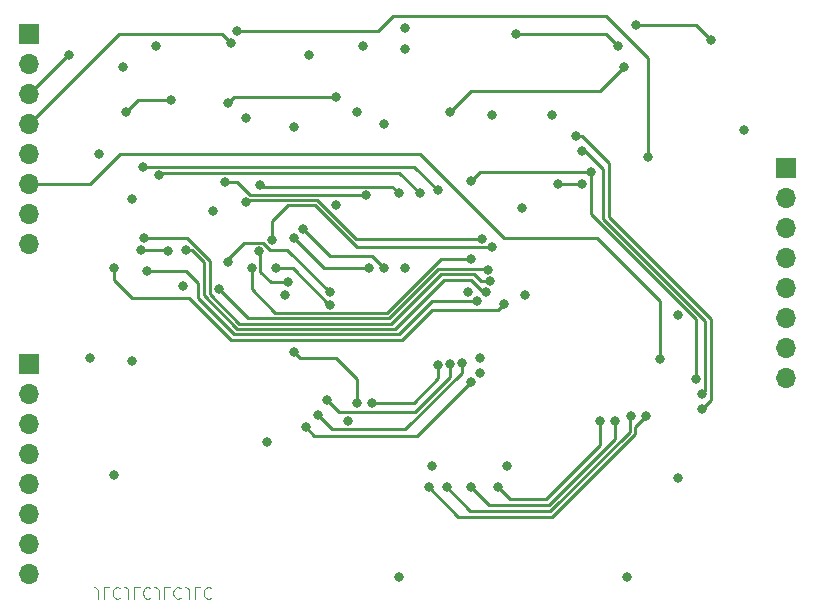
<source format=gbr>
%TF.GenerationSoftware,KiCad,Pcbnew,(6.0.0-0)*%
%TF.CreationDate,2022-02-14T21:23:04-05:00*%
%TF.ProjectId,new-interrupt-handler,6e65772d-696e-4746-9572-727570742d68,rev?*%
%TF.SameCoordinates,Original*%
%TF.FileFunction,Copper,L4,Bot*%
%TF.FilePolarity,Positive*%
%FSLAX46Y46*%
G04 Gerber Fmt 4.6, Leading zero omitted, Abs format (unit mm)*
G04 Created by KiCad (PCBNEW (6.0.0-0)) date 2022-02-14 21:23:04*
%MOMM*%
%LPD*%
G01*
G04 APERTURE LIST*
%ADD10C,0.100000*%
%TA.AperFunction,NonConductor*%
%ADD11C,0.100000*%
%TD*%
%TA.AperFunction,ComponentPad*%
%ADD12R,1.700000X1.700000*%
%TD*%
%TA.AperFunction,ComponentPad*%
%ADD13O,1.700000X1.700000*%
%TD*%
%TA.AperFunction,ViaPad*%
%ADD14C,0.800000*%
%TD*%
%TA.AperFunction,Conductor*%
%ADD15C,0.250000*%
%TD*%
G04 APERTURE END LIST*
D10*
D11*
X94440952Y-127801619D02*
X94440952Y-127087333D01*
X94393333Y-126944476D01*
X94298095Y-126849238D01*
X94155238Y-126801619D01*
X94060000Y-126801619D01*
X95393333Y-126801619D02*
X94917142Y-126801619D01*
X94917142Y-127801619D01*
X96298095Y-126896857D02*
X96250476Y-126849238D01*
X96107619Y-126801619D01*
X96012380Y-126801619D01*
X95869523Y-126849238D01*
X95774285Y-126944476D01*
X95726666Y-127039714D01*
X95679047Y-127230190D01*
X95679047Y-127373047D01*
X95726666Y-127563523D01*
X95774285Y-127658761D01*
X95869523Y-127754000D01*
X96012380Y-127801619D01*
X96107619Y-127801619D01*
X96250476Y-127754000D01*
X96298095Y-127706380D01*
X97012380Y-127801619D02*
X97012380Y-127087333D01*
X96964761Y-126944476D01*
X96869523Y-126849238D01*
X96726666Y-126801619D01*
X96631428Y-126801619D01*
X97964761Y-126801619D02*
X97488571Y-126801619D01*
X97488571Y-127801619D01*
X98869523Y-126896857D02*
X98821904Y-126849238D01*
X98679047Y-126801619D01*
X98583809Y-126801619D01*
X98440952Y-126849238D01*
X98345714Y-126944476D01*
X98298095Y-127039714D01*
X98250476Y-127230190D01*
X98250476Y-127373047D01*
X98298095Y-127563523D01*
X98345714Y-127658761D01*
X98440952Y-127754000D01*
X98583809Y-127801619D01*
X98679047Y-127801619D01*
X98821904Y-127754000D01*
X98869523Y-127706380D01*
X99583809Y-127801619D02*
X99583809Y-127087333D01*
X99536190Y-126944476D01*
X99440952Y-126849238D01*
X99298095Y-126801619D01*
X99202857Y-126801619D01*
X100536190Y-126801619D02*
X100060000Y-126801619D01*
X100060000Y-127801619D01*
X101440952Y-126896857D02*
X101393333Y-126849238D01*
X101250476Y-126801619D01*
X101155238Y-126801619D01*
X101012380Y-126849238D01*
X100917142Y-126944476D01*
X100869523Y-127039714D01*
X100821904Y-127230190D01*
X100821904Y-127373047D01*
X100869523Y-127563523D01*
X100917142Y-127658761D01*
X101012380Y-127754000D01*
X101155238Y-127801619D01*
X101250476Y-127801619D01*
X101393333Y-127754000D01*
X101440952Y-127706380D01*
X102155238Y-127801619D02*
X102155238Y-127087333D01*
X102107619Y-126944476D01*
X102012380Y-126849238D01*
X101869523Y-126801619D01*
X101774285Y-126801619D01*
X103107619Y-126801619D02*
X102631428Y-126801619D01*
X102631428Y-127801619D01*
X104012380Y-126896857D02*
X103964761Y-126849238D01*
X103821904Y-126801619D01*
X103726666Y-126801619D01*
X103583809Y-126849238D01*
X103488571Y-126944476D01*
X103440952Y-127039714D01*
X103393333Y-127230190D01*
X103393333Y-127373047D01*
X103440952Y-127563523D01*
X103488571Y-127658761D01*
X103583809Y-127754000D01*
X103726666Y-127801619D01*
X103821904Y-127801619D01*
X103964761Y-127754000D01*
X104012380Y-127706380D01*
D12*
%TO.P,J3,1,Pin_1*%
%TO.N,~{IRQ7}*%
X152714000Y-91325000D03*
D13*
%TO.P,J3,2,Pin_2*%
%TO.N,~{IRQ6}*%
X152714000Y-93865000D03*
%TO.P,J3,3,Pin_3*%
%TO.N,~{IRQ5}*%
X152714000Y-96405000D03*
%TO.P,J3,4,Pin_4*%
%TO.N,~{IRQ4}*%
X152714000Y-98945000D03*
%TO.P,J3,5,Pin_5*%
%TO.N,~{IRQ3}*%
X152714000Y-101485000D03*
%TO.P,J3,6,Pin_6*%
%TO.N,~{IRQ2}*%
X152714000Y-104025000D03*
%TO.P,J3,7,Pin_7*%
%TO.N,~{IRQ1}*%
X152714000Y-106565000D03*
%TO.P,J3,8,Pin_8*%
%TO.N,~{IRQ0}*%
X152714000Y-109105000D03*
%TD*%
D12*
%TO.P,J1,1,Pin_1*%
%TO.N,~{IREQ}*%
X88636000Y-80010000D03*
D13*
%TO.P,J1,2,Pin_2*%
%TO.N,~{WRITE}*%
X88636000Y-82550000D03*
%TO.P,J1,3,Pin_3*%
%TO.N,~{READ}*%
X88636000Y-85090000D03*
%TO.P,J1,4,Pin_4*%
%TO.N,REG_SEL*%
X88636000Y-87630000D03*
%TO.P,J1,5,Pin_5*%
%TO.N,~{EN}*%
X88636000Y-90170000D03*
%TO.P,J1,6,Pin_6*%
%TO.N,CLOCK*%
X88636000Y-92710000D03*
%TO.P,J1,7,Pin_7*%
%TO.N,GND*%
X88636000Y-95250000D03*
%TO.P,J1,8,Pin_8*%
%TO.N,VCC*%
X88636000Y-97790000D03*
%TD*%
D12*
%TO.P,J2,1,Pin_1*%
%TO.N,BUS7*%
X88636000Y-107885000D03*
D13*
%TO.P,J2,2,Pin_2*%
%TO.N,BUS6*%
X88636000Y-110425000D03*
%TO.P,J2,3,Pin_3*%
%TO.N,BUS5*%
X88636000Y-112965000D03*
%TO.P,J2,4,Pin_4*%
%TO.N,BUS4*%
X88636000Y-115505000D03*
%TO.P,J2,5,Pin_5*%
%TO.N,BUS3*%
X88636000Y-118045000D03*
%TO.P,J2,6,Pin_6*%
%TO.N,BUS2*%
X88636000Y-120585000D03*
%TO.P,J2,7,Pin_7*%
%TO.N,BUS1*%
X88636000Y-123125000D03*
%TO.P,J2,8,Pin_8*%
%TO.N,BUS0*%
X88636000Y-125665000D03*
%TD*%
D14*
%TO.N,~{READ}*%
X91948000Y-81788000D03*
%TO.N,CLOCK*%
X141986000Y-107483033D03*
%TO.N,GND*%
X143528020Y-103802955D03*
X125730000Y-101854000D03*
X116840000Y-81026000D03*
X99314000Y-81026000D03*
X108712000Y-114554000D03*
X119888000Y-125984000D03*
X93726000Y-107442000D03*
X110998000Y-87884000D03*
X143510000Y-117602000D03*
X127762000Y-86868000D03*
X126750299Y-107446299D03*
X122682000Y-116586000D03*
X130556000Y-102108000D03*
X95758000Y-117348000D03*
X118618000Y-87630000D03*
X110236000Y-102108000D03*
X129032000Y-116586000D03*
X120396000Y-99822000D03*
X120396000Y-79502000D03*
X101597851Y-101348149D03*
X139192000Y-125984000D03*
X149098000Y-88138000D03*
X106934000Y-87122000D03*
X116332000Y-86614000D03*
X132842000Y-86868000D03*
%TO.N,VCC*%
X97282000Y-93980000D03*
X104140000Y-94996000D03*
X120396000Y-81280000D03*
X126746000Y-108712000D03*
X115570000Y-112738500D03*
X97282000Y-107696000D03*
X130302000Y-94742000D03*
X114558299Y-94483701D03*
X94488000Y-90170000D03*
X96520000Y-82804000D03*
X112268000Y-81788000D03*
%TO.N,/~{EN_IRQ0}*%
X123190000Y-93218000D03*
X98217577Y-91227068D03*
%TO.N,/~{EN_IRQ1}*%
X121666000Y-93472000D03*
X99568000Y-91948000D03*
%TO.N,/~{EN_IRQ2}*%
X119888000Y-93434500D03*
X108114358Y-92756660D03*
%TO.N,/~{EN_IRQ3}*%
X105156000Y-92493500D03*
X117094000Y-93630011D03*
%TO.N,/IRQMASK3*%
X98044000Y-98298000D03*
X100367524Y-98344123D03*
%TO.N,BUS2*%
X113030000Y-112268000D03*
X125259500Y-107869667D03*
%TO.N,BUS1*%
X124260145Y-107886800D03*
X113792000Y-110998000D03*
%TO.N,BUS0*%
X123265720Y-107987413D03*
X117602000Y-111252000D03*
%TO.N,BUS3*%
X125984000Y-109474000D03*
X112014000Y-113284000D03*
%TO.N,~{IRQ7}*%
X106934002Y-94234000D03*
X126930364Y-97319500D03*
%TO.N,~{IRQ6}*%
X109157245Y-97404046D03*
X127762000Y-98044000D03*
%TO.N,~{IRQ5}*%
X125984000Y-99060000D03*
X107442001Y-99822001D03*
%TO.N,~{IRQ4}*%
X104648000Y-101600000D03*
X127490766Y-99934758D03*
%TO.N,~{IRQ3}*%
X98298000Y-97282000D03*
X127623694Y-100925382D03*
%TO.N,~{IRQ2}*%
X101854000Y-98298000D03*
X127254000Y-101854000D03*
%TO.N,~{IRQ1}*%
X126492000Y-102616000D03*
X98552000Y-100076000D03*
%TO.N,~{IRQ0}*%
X95758000Y-99822000D03*
X128778000Y-102870000D03*
%TO.N,/IRQMASK6*%
X110500588Y-101017000D03*
X108077000Y-98372999D03*
%TO.N,/~{EN_IRQ4}*%
X114046000Y-101854000D03*
X105410000Y-99314000D03*
%TO.N,/~{EN_IRQ5}*%
X109474000Y-99822000D03*
X114046000Y-102887457D03*
%TO.N,/~{EN_IRQ6}*%
X110998000Y-97282000D03*
X117348000Y-99822000D03*
%TO.N,/~{EN_IRQ7}*%
X111760000Y-96520000D03*
X118618000Y-99822000D03*
%TO.N,/AI2*%
X134874000Y-88646000D03*
X145542000Y-111760000D03*
%TO.N,/AI1*%
X145542000Y-110490000D03*
X135382000Y-89916000D03*
%TO.N,/P3*%
X138938000Y-82804000D03*
X124206000Y-86614000D03*
%TO.N,/P2*%
X129794000Y-80010000D03*
X138430000Y-81026000D03*
%TO.N,/P0*%
X133350000Y-92710000D03*
X146304000Y-80518000D03*
X135382000Y-92710000D03*
X139958299Y-79243701D03*
%TO.N,/IP7*%
X140839072Y-112305500D03*
X122428000Y-118364000D03*
%TO.N,/IP6*%
X139552625Y-112305500D03*
X123946637Y-118369363D03*
%TO.N,/IP5*%
X138176000Y-112776000D03*
X125984000Y-118364000D03*
%TO.N,/IP4*%
X136906000Y-112776000D03*
X128270000Y-118364000D03*
%TO.N,/AI0*%
X136144000Y-91694000D03*
X125984000Y-92456000D03*
X145034000Y-109220000D03*
%TO.N,REG_SEL*%
X105664000Y-80772000D03*
%TO.N,~{EN}*%
X100584000Y-85598000D03*
X96774000Y-86614000D03*
%TO.N,~{READ_PORT_ADDR}*%
X116332000Y-111252000D03*
X110998000Y-106934000D03*
%TO.N,Net-(U1-Pad3)*%
X114554000Y-85344000D03*
X105410000Y-85852000D03*
%TO.N,~{WRITE_PRIORITY}*%
X140970000Y-90424000D03*
X106172000Y-79756000D03*
%TD*%
D15*
%TO.N,~{READ}*%
X91948000Y-81788000D02*
X91938000Y-81788000D01*
X91938000Y-81788000D02*
X88636000Y-85090000D01*
%TO.N,CLOCK*%
X88636000Y-92710000D02*
X93726000Y-92710000D01*
X141986000Y-102616000D02*
X141986000Y-107483033D01*
X128778000Y-97282000D02*
X136652000Y-97282000D01*
X136652000Y-97282000D02*
X141986000Y-102616000D01*
X96266000Y-90170000D02*
X121666000Y-90170000D01*
X121666000Y-90170000D02*
X128778000Y-97282000D01*
X93726000Y-92710000D02*
X96266000Y-90170000D01*
%TO.N,/~{EN_IRQ0}*%
X123190000Y-93218000D02*
X121195499Y-91223499D01*
X98221146Y-91223499D02*
X98217577Y-91227068D01*
X121195499Y-91223499D02*
X98221146Y-91223499D01*
%TO.N,/~{EN_IRQ1}*%
X99747001Y-91768999D02*
X119962999Y-91768999D01*
X99568000Y-91948000D02*
X99747001Y-91768999D01*
X119962999Y-91768999D02*
X121666000Y-93472000D01*
%TO.N,/~{EN_IRQ2}*%
X119888000Y-93434500D02*
X119359011Y-92905511D01*
X119359011Y-92905511D02*
X108263209Y-92905511D01*
X108263209Y-92905511D02*
X108114358Y-92756660D01*
%TO.N,/~{EN_IRQ3}*%
X117094000Y-93630011D02*
X117052968Y-93588979D01*
X117052968Y-93588979D02*
X107313581Y-93588979D01*
X106218102Y-92493500D02*
X105156000Y-92493500D01*
X107313581Y-93588979D02*
X106218102Y-92493500D01*
%TO.N,/IRQMASK3*%
X98044000Y-98298000D02*
X100321401Y-98298000D01*
X100321401Y-98298000D02*
X100367524Y-98344123D01*
%TO.N,BUS2*%
X114225001Y-113463001D02*
X120470999Y-113463001D01*
X125259500Y-108674500D02*
X125259500Y-107869667D01*
X120470999Y-113463001D02*
X125259500Y-108674500D01*
X113030000Y-112268000D02*
X114225001Y-113463001D01*
%TO.N,BUS1*%
X121284296Y-112014000D02*
X124260145Y-109038151D01*
X124260145Y-109038151D02*
X124260145Y-107886800D01*
X113792000Y-110998000D02*
X114808000Y-112014000D01*
X114808000Y-112014000D02*
X121284296Y-112014000D01*
%TO.N,BUS0*%
X123265720Y-109144280D02*
X121158000Y-111252000D01*
X123265720Y-107987413D02*
X123265720Y-109144280D01*
X121158000Y-111252000D02*
X117602000Y-111252000D01*
%TO.N,BUS3*%
X112717511Y-113987511D02*
X121470489Y-113987511D01*
X112014000Y-113284000D02*
X112717511Y-113987511D01*
X121470489Y-113987511D02*
X125984000Y-109474000D01*
%TO.N,~{IRQ7}*%
X107129512Y-94038490D02*
X112962194Y-94038490D01*
X112962194Y-94038490D02*
X116243204Y-97319500D01*
X116243204Y-97319500D02*
X126930364Y-97319500D01*
X106934002Y-94234000D02*
X107129512Y-94038490D01*
%TO.N,~{IRQ6}*%
X112776000Y-94488000D02*
X110490000Y-94488000D01*
X127762000Y-98044000D02*
X116332000Y-98044000D01*
X116332000Y-98044000D02*
X112776000Y-94488000D01*
X109157245Y-95820755D02*
X109157245Y-97404046D01*
X110490000Y-94488000D02*
X109157245Y-95820755D01*
%TO.N,~{IRQ5}*%
X123442592Y-99060000D02*
X118890636Y-103611956D01*
X109453957Y-103611957D02*
X107442001Y-101600001D01*
X125984000Y-99060000D02*
X123442592Y-99060000D01*
X118890636Y-103611956D02*
X109453957Y-103611957D01*
X107442001Y-101600001D02*
X107442001Y-99822001D01*
%TO.N,~{IRQ4}*%
X107109467Y-104061467D02*
X119076829Y-104061467D01*
X123257807Y-99880489D02*
X127436498Y-99880490D01*
X104648000Y-101600000D02*
X107109467Y-104061467D01*
X127436498Y-99880490D02*
X127490766Y-99934758D01*
X119076829Y-104061467D02*
X123257807Y-99880489D01*
%TO.N,~{IRQ3}*%
X106416682Y-104510978D02*
X119263022Y-104510978D01*
X103886000Y-101980296D02*
X106416682Y-104510978D01*
X103886000Y-99186296D02*
X103886000Y-101980296D01*
X126238000Y-100330000D02*
X126833382Y-100925382D01*
X119263022Y-104510978D02*
X123444000Y-100330000D01*
X123444000Y-100330000D02*
X126238000Y-100330000D01*
X126833382Y-100925382D02*
X127623694Y-100925382D01*
X98298000Y-97282000D02*
X101981704Y-97282000D01*
X101981704Y-97282000D02*
X103886000Y-99186296D01*
%TO.N,~{IRQ2}*%
X127254000Y-101854000D02*
X127000000Y-101854000D01*
X102362000Y-98298000D02*
X101854000Y-98298000D01*
X125984000Y-100838000D02*
X123698000Y-100838000D01*
X127000000Y-101854000D02*
X125984000Y-100838000D01*
X123698000Y-100838000D02*
X119575511Y-104960489D01*
X119575511Y-104960489D02*
X106230489Y-104960489D01*
X103378000Y-99314000D02*
X102362000Y-98298000D01*
X103378000Y-102108000D02*
X103378000Y-99314000D01*
X106230489Y-104960489D02*
X103378000Y-102108000D01*
%TO.N,~{IRQ1}*%
X105918000Y-105410000D02*
X102870000Y-102362000D01*
X126492000Y-102616000D02*
X122682000Y-102616000D01*
X102870000Y-101092000D02*
X101854000Y-100076000D01*
X102870000Y-102362000D02*
X102870000Y-101092000D01*
X101854000Y-100076000D02*
X98552000Y-100076000D01*
X122682000Y-102616000D02*
X119888000Y-105410000D01*
X119888000Y-105410000D02*
X105918000Y-105410000D01*
%TO.N,~{IRQ0}*%
X97282000Y-102362000D02*
X96520000Y-101600000D01*
X105664000Y-105918000D02*
X105156000Y-105410000D01*
X96520000Y-101600000D02*
X95758000Y-100838000D01*
X95758000Y-100838000D02*
X95758000Y-100330000D01*
X120142000Y-105918000D02*
X119380000Y-105918000D01*
X105156000Y-105410000D02*
X102108000Y-102362000D01*
X122936000Y-103378000D02*
X122682000Y-103378000D01*
X122682000Y-103378000D02*
X121920000Y-104140000D01*
X128778000Y-102870000D02*
X128270000Y-103378000D01*
X121920000Y-104140000D02*
X120142000Y-105918000D01*
X128270000Y-103378000D02*
X122936000Y-103378000D01*
X100330000Y-102362000D02*
X97282000Y-102362000D01*
X95758000Y-100330000D02*
X95758000Y-99822000D01*
X102108000Y-102362000D02*
X100330000Y-102362000D01*
X119380000Y-105918000D02*
X105664000Y-105918000D01*
%TO.N,/IRQMASK6*%
X110500588Y-101017000D02*
X109061402Y-101017000D01*
X108166502Y-100122100D02*
X108166502Y-98462501D01*
X108166502Y-98462501D02*
X108077000Y-98372999D01*
X109061402Y-101017000D02*
X108166502Y-100122100D01*
%TO.N,/~{EN_IRQ4}*%
X106821502Y-97648498D02*
X108377099Y-97648498D01*
X105410000Y-99060000D02*
X106821502Y-97648498D01*
X109008062Y-98279461D02*
X110471461Y-98279461D01*
X105410000Y-99314000D02*
X105410000Y-99060000D01*
X110471461Y-98279461D02*
X114046000Y-101854000D01*
X108377099Y-97648498D02*
X109008062Y-98279461D01*
%TO.N,/~{EN_IRQ5}*%
X114025957Y-102887457D02*
X114046000Y-102887457D01*
X110960500Y-99822000D02*
X114025957Y-102887457D01*
X109474000Y-99822000D02*
X110960500Y-99822000D01*
%TO.N,/~{EN_IRQ6}*%
X113538000Y-99822000D02*
X117348000Y-99822000D01*
X110998000Y-97282000D02*
X113538000Y-99822000D01*
%TO.N,/~{EN_IRQ7}*%
X111760000Y-96520000D02*
X114046000Y-98806000D01*
X117602000Y-98806000D02*
X118618000Y-99822000D01*
X114046000Y-98806000D02*
X117602000Y-98806000D01*
%TO.N,/AI2*%
X137668000Y-90932000D02*
X135382000Y-88646000D01*
X146304000Y-104140000D02*
X137668000Y-95504000D01*
X135382000Y-88646000D02*
X134874000Y-88646000D01*
X137668000Y-95504000D02*
X137668000Y-90932000D01*
X146304000Y-110998000D02*
X146304000Y-104140000D01*
X145542000Y-111760000D02*
X146304000Y-110998000D01*
%TO.N,/AI1*%
X145796000Y-104267704D02*
X137160000Y-95631704D01*
X145796000Y-110236000D02*
X145796000Y-104267704D01*
X137160000Y-91440000D02*
X135636000Y-89916000D01*
X145542000Y-110490000D02*
X145796000Y-110236000D01*
X135636000Y-89916000D02*
X135382000Y-89916000D01*
X137160000Y-95631704D02*
X137160000Y-91440000D01*
%TO.N,/P3*%
X138938000Y-82804000D02*
X136906000Y-84836000D01*
X136906000Y-84836000D02*
X125984000Y-84836000D01*
X125984000Y-84836000D02*
X124206000Y-86614000D01*
%TO.N,/P2*%
X137414000Y-80010000D02*
X138430000Y-81026000D01*
X129794000Y-80010000D02*
X137414000Y-80010000D01*
%TO.N,/P0*%
X135382000Y-92710000D02*
X133350000Y-92710000D01*
X145034000Y-79248000D02*
X139962598Y-79248000D01*
X146304000Y-80518000D02*
X145034000Y-79248000D01*
X139962598Y-79248000D02*
X139958299Y-79243701D01*
%TO.N,/IP7*%
X139895511Y-113851897D02*
X139895511Y-113249061D01*
X132901898Y-120845510D02*
X139895511Y-113851897D01*
X124909510Y-120845510D02*
X132901898Y-120845510D01*
X139895511Y-113249061D02*
X140839072Y-112305500D01*
X122428000Y-118364000D02*
X124909510Y-120845510D01*
%TO.N,/IP6*%
X139446000Y-112412125D02*
X139552625Y-112305500D01*
X123946637Y-118369363D02*
X125973273Y-120395999D01*
X132715704Y-120396000D02*
X139446000Y-113665704D01*
X139446000Y-113665704D02*
X139446000Y-112412125D01*
X125973273Y-120395999D02*
X132715704Y-120396000D01*
%TO.N,/IP5*%
X127508000Y-119888000D02*
X128524000Y-119888000D01*
X138176000Y-114300000D02*
X138176000Y-113538000D01*
X135128000Y-117348000D02*
X138176000Y-114300000D01*
X128524000Y-119888000D02*
X132588000Y-119888000D01*
X138176000Y-113538000D02*
X138176000Y-112776000D01*
X125984000Y-118364000D02*
X127508000Y-119888000D01*
X132588000Y-119888000D02*
X135128000Y-117348000D01*
%TO.N,/IP4*%
X129286000Y-119380000D02*
X132334000Y-119380000D01*
X132334000Y-119380000D02*
X136906000Y-114808000D01*
X128270000Y-118364000D02*
X129286000Y-119380000D01*
X136906000Y-114808000D02*
X136906000Y-112776000D01*
%TO.N,/AI0*%
X128524000Y-91694000D02*
X126746000Y-91694000D01*
X145034000Y-104141408D02*
X136144000Y-95251408D01*
X136144000Y-95251408D02*
X136144000Y-91694000D01*
X126746000Y-91694000D02*
X125984000Y-92456000D01*
X145034000Y-109220000D02*
X145034000Y-104141408D01*
X136144000Y-91694000D02*
X128524000Y-91694000D01*
%TO.N,REG_SEL*%
X96256000Y-80010000D02*
X96774000Y-80010000D01*
X104902000Y-80010000D02*
X105664000Y-80772000D01*
X96774000Y-80010000D02*
X104902000Y-80010000D01*
X88636000Y-87630000D02*
X96256000Y-80010000D01*
%TO.N,~{EN}*%
X97790000Y-85598000D02*
X100584000Y-85598000D01*
X96774000Y-86614000D02*
X97790000Y-85598000D01*
%TO.N,~{READ_PORT_ADDR}*%
X111506000Y-107442000D02*
X114554000Y-107442000D01*
X110998000Y-106934000D02*
X111506000Y-107442000D01*
X114554000Y-107442000D02*
X116332000Y-109220000D01*
X116332000Y-109220000D02*
X116332000Y-111252000D01*
%TO.N,Net-(U1-Pad3)*%
X114554000Y-85344000D02*
X105918000Y-85344000D01*
X105918000Y-85344000D02*
X105410000Y-85852000D01*
%TO.N,~{WRITE_PRIORITY}*%
X119380000Y-78486000D02*
X137414000Y-78486000D01*
X137414000Y-78486000D02*
X140970000Y-82042000D01*
X118110000Y-79756000D02*
X119380000Y-78486000D01*
X140970000Y-82042000D02*
X140970000Y-90424000D01*
X106172000Y-79756000D02*
X118110000Y-79756000D01*
%TD*%
M02*

</source>
